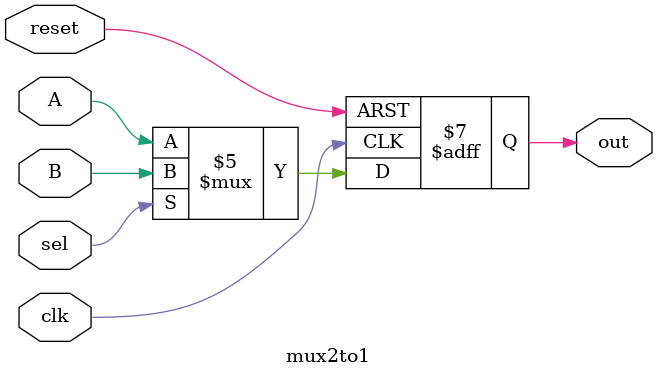
<source format=v>
module mux2to1(
    input A, B, sel, reset, clk,
    output reg out
);

always @(posedge clk, negedge reset) begin
    if(!reset) begin
        out <= 0;
    end else begin
        if(sel == 0) begin
            out <= A;
        end else begin
            out <= B;
        end
    end
end

endmodule
</source>
